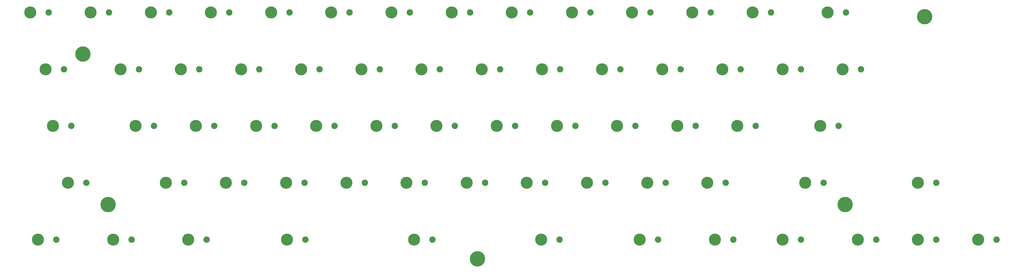
<source format=gbr>
%TF.GenerationSoftware,KiCad,Pcbnew,(7.0.0-0)*%
%TF.CreationDate,2023-02-20T17:49:27-08:00*%
%TF.ProjectId,mt-choc-bottom,6d742d63-686f-4632-9d62-6f74746f6d2e,v1.0*%
%TF.SameCoordinates,Original*%
%TF.FileFunction,Soldermask,Top*%
%TF.FilePolarity,Negative*%
%FSLAX46Y46*%
G04 Gerber Fmt 4.6, Leading zero omitted, Abs format (unit mm)*
G04 Created by KiCad (PCBNEW (7.0.0-0)) date 2023-02-20 17:49:27*
%MOMM*%
%LPD*%
G01*
G04 APERTURE LIST*
%ADD10C,3.600000*%
%ADD11C,1.900000*%
%ADD12C,0.900000*%
%ADD13C,4.600000*%
G04 APERTURE END LIST*
D10*
%TO.C,SW10*%
X91750000Y-158000000D03*
D11*
X97250000Y-158000000D03*
%TD*%
D10*
%TO.C,SW39*%
X224500000Y-124000000D03*
D11*
X230000000Y-124000000D03*
%TD*%
D10*
%TO.C,SW33*%
X193000000Y-90000000D03*
D11*
X198500000Y-90000000D03*
%TD*%
D10*
%TO.C,SW40*%
X233500000Y-141000000D03*
D11*
X239000000Y-141000000D03*
%TD*%
D10*
%TO.C,SW56*%
X314500000Y-158000000D03*
D11*
X320000000Y-158000000D03*
%TD*%
D10*
%TO.C,SW18*%
X134500000Y-124000000D03*
D11*
X140000000Y-124000000D03*
%TD*%
D10*
%TO.C,SW44*%
X242500000Y-124000000D03*
D11*
X248000000Y-124000000D03*
%TD*%
D12*
%TO.C,H1*%
X81100000Y-102500000D03*
X81583274Y-101333274D03*
X81583274Y-103666726D03*
X82750000Y-100850000D03*
D13*
X82750000Y-102500000D03*
D12*
X82750000Y-104150000D03*
X83916726Y-101333274D03*
X83916726Y-103666726D03*
X84400000Y-102500000D03*
%TD*%
D10*
%TO.C,SW36*%
X215500000Y-141000000D03*
D11*
X221000000Y-141000000D03*
%TD*%
D10*
%TO.C,SW63*%
X310000000Y-107000000D03*
D11*
X315500000Y-107000000D03*
%TD*%
D10*
%TO.C,SW25*%
X157000000Y-90000000D03*
D11*
X162500000Y-90000000D03*
%TD*%
D10*
%TO.C,SW16*%
X121000000Y-90000000D03*
D11*
X126500000Y-90000000D03*
%TD*%
D12*
%TO.C,H5*%
X309100000Y-147500000D03*
X309583274Y-146333274D03*
X309583274Y-148666726D03*
X310750000Y-145850000D03*
D13*
X310750000Y-147500000D03*
D12*
X310750000Y-149150000D03*
X311916726Y-146333274D03*
X311916726Y-148666726D03*
X312400000Y-147500000D03*
%TD*%
D10*
%TO.C,SW41*%
X249250000Y-158000000D03*
D11*
X254750000Y-158000000D03*
%TD*%
D10*
%TO.C,SW38*%
X220000000Y-107000000D03*
D11*
X225500000Y-107000000D03*
%TD*%
D10*
%TO.C,SW62*%
X305500000Y-90000000D03*
D11*
X311000000Y-90000000D03*
%TD*%
D10*
%TO.C,SW26*%
X166000000Y-107000000D03*
D11*
X171500000Y-107000000D03*
%TD*%
D10*
%TO.C,SW48*%
X256000000Y-107000000D03*
D11*
X261500000Y-107000000D03*
%TD*%
D10*
%TO.C,SW11*%
X103000000Y-90000000D03*
D11*
X108500000Y-90000000D03*
%TD*%
D12*
%TO.C,H2*%
X88600000Y-147500000D03*
X89083274Y-146333274D03*
X89083274Y-148666726D03*
X90250000Y-145850000D03*
D13*
X90250000Y-147500000D03*
D12*
X90250000Y-149150000D03*
X91416726Y-146333274D03*
X91416726Y-148666726D03*
X91900000Y-147500000D03*
%TD*%
D10*
%TO.C,SW21*%
X148000000Y-107000000D03*
D11*
X153500000Y-107000000D03*
%TD*%
D10*
%TO.C,SW54*%
X278500000Y-124000000D03*
D11*
X284000000Y-124000000D03*
%TD*%
D10*
%TO.C,SW57*%
X283000000Y-90000000D03*
D11*
X288500000Y-90000000D03*
%TD*%
D10*
%TO.C,SW24*%
X143750000Y-158000000D03*
D11*
X149250000Y-158000000D03*
D10*
X181750000Y-158000000D03*
D11*
X187250000Y-158000000D03*
D10*
X219750000Y-158000000D03*
D11*
X225250000Y-158000000D03*
%TD*%
D10*
%TO.C,SW8*%
X98500000Y-124000000D03*
D11*
X104000000Y-124000000D03*
%TD*%
D10*
%TO.C,SW3*%
X73750000Y-124000000D03*
D11*
X79250000Y-124000000D03*
%TD*%
D10*
%TO.C,SW35*%
X206500000Y-124000000D03*
D11*
X212000000Y-124000000D03*
%TD*%
D12*
%TO.C,H4*%
X332850000Y-91250000D03*
X333333274Y-90083274D03*
X333333274Y-92416726D03*
X334500000Y-89600000D03*
D13*
X334500000Y-91250000D03*
D12*
X334500000Y-92900000D03*
X335666726Y-90083274D03*
X335666726Y-92416726D03*
X336150000Y-91250000D03*
%TD*%
D10*
%TO.C,SW9*%
X107500000Y-141000000D03*
D11*
X113000000Y-141000000D03*
%TD*%
D10*
%TO.C,SW15*%
X114250000Y-158000000D03*
D11*
X119750000Y-158000000D03*
%TD*%
D10*
%TO.C,SW4*%
X78250000Y-141000000D03*
D11*
X83750000Y-141000000D03*
%TD*%
D10*
%TO.C,SW49*%
X260500000Y-124000000D03*
D11*
X266000000Y-124000000D03*
%TD*%
D10*
%TO.C,SW42*%
X229000000Y-90000000D03*
D11*
X234500000Y-90000000D03*
%TD*%
D10*
%TO.C,SW53*%
X274000000Y-107000000D03*
D11*
X279500000Y-107000000D03*
%TD*%
D10*
%TO.C,SW1*%
X67000000Y-90000000D03*
D11*
X72500000Y-90000000D03*
%TD*%
D10*
%TO.C,SW43*%
X238000000Y-107000000D03*
D11*
X243500000Y-107000000D03*
%TD*%
D10*
%TO.C,SW58*%
X292000000Y-107000000D03*
D11*
X297500000Y-107000000D03*
%TD*%
D10*
%TO.C,SW59*%
X303250000Y-124000000D03*
D11*
X308750000Y-124000000D03*
%TD*%
D10*
%TO.C,SW29*%
X175000000Y-90000000D03*
D11*
X180500000Y-90000000D03*
%TD*%
D10*
%TO.C,SW7*%
X94000000Y-107000000D03*
D11*
X99500000Y-107000000D03*
%TD*%
D10*
%TO.C,SW34*%
X202000000Y-107000000D03*
D11*
X207500000Y-107000000D03*
%TD*%
D10*
%TO.C,SW22*%
X152500000Y-124000000D03*
D11*
X158000000Y-124000000D03*
%TD*%
D10*
%TO.C,SW6*%
X85000000Y-90000000D03*
D11*
X90500000Y-90000000D03*
%TD*%
D10*
%TO.C,SW30*%
X184000000Y-107000000D03*
D11*
X189500000Y-107000000D03*
%TD*%
D10*
%TO.C,SW37*%
X211000000Y-90000000D03*
D11*
X216500000Y-90000000D03*
%TD*%
D10*
%TO.C,SW61*%
X332500000Y-158000000D03*
D11*
X338000000Y-158000000D03*
%TD*%
D10*
%TO.C,SW23*%
X161500000Y-141000000D03*
D11*
X167000000Y-141000000D03*
%TD*%
D12*
%TO.C,H3*%
X199100000Y-163750000D03*
X199583274Y-162583274D03*
X199583274Y-164916726D03*
X200750000Y-162100000D03*
D13*
X200750000Y-163750000D03*
D12*
X200750000Y-165400000D03*
X201916726Y-162583274D03*
X201916726Y-164916726D03*
X202400000Y-163750000D03*
%TD*%
D10*
%TO.C,SW31*%
X188500000Y-124000000D03*
D11*
X194000000Y-124000000D03*
%TD*%
D10*
%TO.C,SW46*%
X271750000Y-158000000D03*
D11*
X277250000Y-158000000D03*
%TD*%
D10*
%TO.C,SW14*%
X125500000Y-141000000D03*
D11*
X131000000Y-141000000D03*
%TD*%
D10*
%TO.C,SW50*%
X269500000Y-141000000D03*
D11*
X275000000Y-141000000D03*
%TD*%
D10*
%TO.C,SW27*%
X170500000Y-124000000D03*
D11*
X176000000Y-124000000D03*
%TD*%
D10*
%TO.C,SW13*%
X116500000Y-124000000D03*
D11*
X122000000Y-124000000D03*
%TD*%
D10*
%TO.C,SW17*%
X130000000Y-107000000D03*
D11*
X135500000Y-107000000D03*
%TD*%
D10*
%TO.C,SW45*%
X251500000Y-141000000D03*
D11*
X257000000Y-141000000D03*
%TD*%
D10*
%TO.C,SW2*%
X71500000Y-107000000D03*
D11*
X77000000Y-107000000D03*
%TD*%
D10*
%TO.C,SW5*%
X69250000Y-158000000D03*
D11*
X74750000Y-158000000D03*
%TD*%
D10*
%TO.C,SW64*%
X350500000Y-158000000D03*
D11*
X356000000Y-158000000D03*
%TD*%
D10*
%TO.C,SW12*%
X112000000Y-107000000D03*
D11*
X117500000Y-107000000D03*
%TD*%
D10*
%TO.C,SW60*%
X332500000Y-141000000D03*
D11*
X338000000Y-141000000D03*
%TD*%
D10*
%TO.C,SW32*%
X197500000Y-141000000D03*
D11*
X203000000Y-141000000D03*
%TD*%
D10*
%TO.C,SW55*%
X298750000Y-141000000D03*
D11*
X304250000Y-141000000D03*
%TD*%
D10*
%TO.C,SW47*%
X247000000Y-90000000D03*
D11*
X252500000Y-90000000D03*
%TD*%
D10*
%TO.C,SW28*%
X179500000Y-141000000D03*
D11*
X185000000Y-141000000D03*
%TD*%
D10*
%TO.C,SW20*%
X139000000Y-90000000D03*
D11*
X144500000Y-90000000D03*
%TD*%
D10*
%TO.C,SW52*%
X265000000Y-90000000D03*
D11*
X270500000Y-90000000D03*
%TD*%
D10*
%TO.C,SW51*%
X292000000Y-158000000D03*
D11*
X297500000Y-158000000D03*
%TD*%
D10*
%TO.C,SW19*%
X143500000Y-141000000D03*
D11*
X149000000Y-141000000D03*
%TD*%
M02*

</source>
